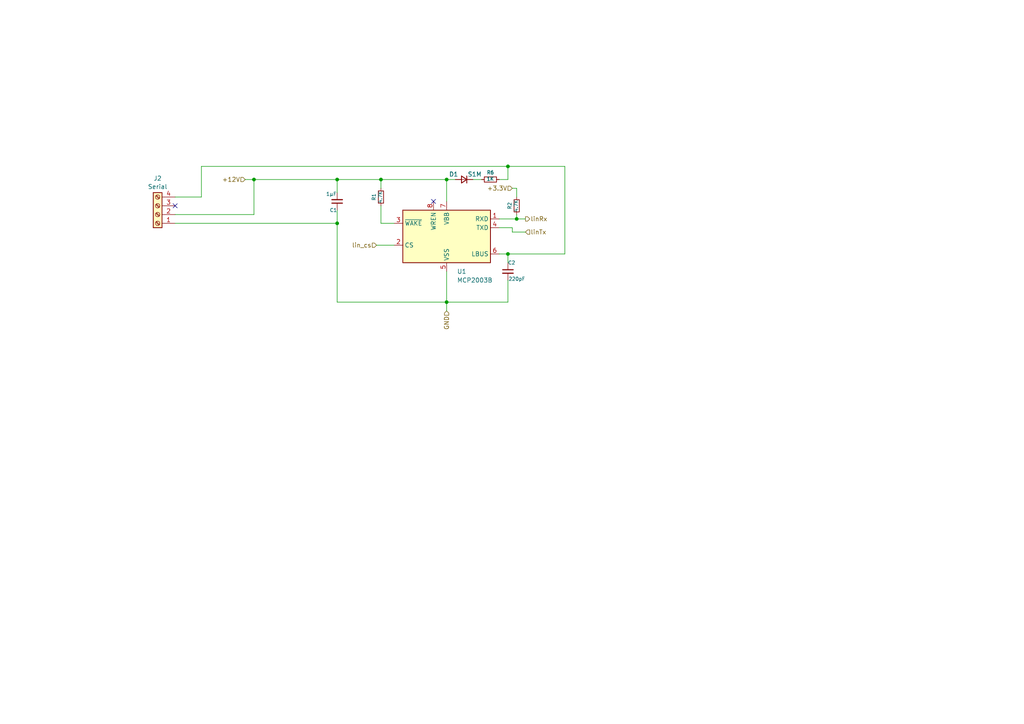
<source format=kicad_sch>
(kicad_sch (version 20231120) (generator "eeschema") (generator_version "8.0")
  (paper "A4")
  (lib_symbols
    (symbol "Connector:Screw_Terminal_01x04" (pin_names (offset 1.016) hide)
      (property "Reference" "J" (at 0 5.08 0))
      (property "Value" "Screw_Terminal_01x04" (at 0 -7.62 0))
      (symbol "Screw_Terminal_01x04_1_1"
        (rectangle (start -1.27 3.81) (end 1.27 -6.35) (stroke (width 0.254)) (fill (type background)))
        (circle (center 0 -5.08) (radius 0.635) (stroke (width 0.1524)))
        (circle (center 0 -2.54) (radius 0.635) (stroke (width 0.1524)))
        (polyline (pts (xy -0.5334 -4.7498) (xy 0.3302 -5.588)) (stroke (width 0.1524)))
        (polyline (pts (xy -0.5334 -2.2098) (xy 0.3302 -3.048)) (stroke (width 0.1524)))
        (polyline (pts (xy -0.5334 0.3302) (xy 0.3302 -0.508)) (stroke (width 0.1524)))
        (polyline (pts (xy -0.5334 2.8702) (xy 0.3302 2.032)) (stroke (width 0.1524)))
        (polyline (pts (xy -0.3556 -4.572) (xy 0.508 -5.4102)) (stroke (width 0.1524)))
        (polyline (pts (xy -0.3556 -2.032) (xy 0.508 -2.8702)) (stroke (width 0.1524)))
        (polyline (pts (xy -0.3556 0.508) (xy 0.508 -0.3302)) (stroke (width 0.1524)))
        (polyline (pts (xy -0.3556 3.048) (xy 0.508 2.2098)) (stroke (width 0.1524)))
        (circle (center 0 0) (radius 0.635) (stroke (width 0.1524)))
        (circle (center 0 2.54) (radius 0.635) (stroke (width 0.1524)))
        (pin passive line (at -5.08 2.54 0) (length 3.81) (name "Pin_1") (number "1"))
        (pin passive line (at -5.08 0 0) (length 3.81) (name "Pin_2") (number "2"))
        (pin passive line (at -5.08 -2.54 0) (length 3.81) (name "Pin_3") (number "3"))
        (pin passive line (at -5.08 -5.08 0) (length 3.81) (name "Pin_4") (number "4"))
      )
    )
    (symbol "Device:C_Small" (pin_numbers hide) (pin_names (offset 0.254) hide)
      (property "Reference" "C" (at 0.254 1.778 0))
      (property "Value" "C_Small" (at 0.254 -2.032 0))
      (symbol "C_Small_0_1"
        (polyline (pts (xy -1.524 -0.508) (xy 1.524 -0.508)) (stroke (width 0.3302)))
        (polyline (pts (xy -1.524 0.508) (xy 1.524 0.508)) (stroke (width 0.3048)))
      )
      (symbol "C_Small_1_1"
        (pin passive line (at 0 2.54 270) (length 2.032) (name "~") (number "1"))
        (pin passive line (at 0 -2.54 90) (length 2.032) (name "~") (number "2"))
      )
    )
    (symbol "Device:D_Small" (pin_numbers hide) (pin_names (offset 0.254) hide)
      (property "Reference" "D" (at -1.27 2.032 0))
      (property "Value" "D_Small" (at -3.81 -2.032 0))
      (symbol "D_Small_0_1"
        (polyline (pts (xy -0.762 -1.016) (xy -0.762 1.016)) (stroke (width 0.254)))
        (polyline (pts (xy -0.762 0) (xy 0.762 0)))
        (polyline (pts (xy 0.762 -1.016) (xy -0.762 0) (xy 0.762 1.016) (xy 0.762 -1.016)) (stroke (width 0.254)))
      )
      (symbol "D_Small_1_1"
        (pin passive line (at -2.54 0 0) (length 1.778) (name "K") (number "1"))
        (pin passive line (at 2.54 0 180) (length 1.778) (name "A") (number "2"))
      )
    )
    (symbol "Device:R_Small" (pin_numbers hide) (pin_names (offset 0.254) hide)
      (property "Reference" "R" (at 0.762 0.508 0))
      (property "Value" "R_Small" (at 0.762 -1.016 0))
      (symbol "R_Small_0_1"
        (rectangle (start -0.762 1.778) (end 0.762 -1.778) (stroke (width 0.2032)))
      )
      (symbol "R_Small_1_1"
        (pin passive line (at 0 2.54 270) (length 0.762) (name "~") (number "1"))
        (pin passive line (at 0 -2.54 90) (length 0.762) (name "~") (number "2"))
      )
    )
    (symbol "microchip-local:MCP2003B"
      (property "Reference" "U" (at -11.811 8.763 0))
      (property "Value" "MCP2003B" (at 3.81 8.89 0))
      (symbol "MCP2003B_0_1"
        (rectangle (start -12.7 7.62) (end 12.7 -7.62) (stroke (width 0.254)) (fill (type background)))
      )
      (symbol "MCP2003B_1_1"
        (pin open_collector line (at -15.24 5.08 0) (length 2.54) (name "RXD") (number "1"))
        (pin input line (at 15.24 -2.54 180) (length 2.54) (name "CS") (number "2"))
        (pin input line (at 15.24 3.81 180) (length 2.54) (name "~{WAKE}") (number "3"))
        (pin input line (at -15.24 2.54 0) (length 2.54) (name "TXD") (number "4"))
        (pin power_in line (at 0 -10.16 90) (length 2.54) (name "VSS") (number "5"))
        (pin open_collector line (at -15.24 -5.08 0) (length 2.54) (name "LBUS") (number "6"))
        (pin power_in line (at 0 10.16 270) (length 2.54) (name "VBB") (number "7"))
        (pin open_collector line (at 3.81 10.16 270) (length 2.54) (name "WREN") (number "8"))
      )
    )
  )
  (junction (at 110.49 52.07))
  (junction (at 129.54 87.63))
  (junction (at 97.79 52.07))
  (junction (at 147.32 73.66))
  (junction (at 97.79 64.77))
  (junction (at 129.54 52.07))
  (junction (at 73.66 52.07))
  (junction (at 147.32 48.26))
  (junction (at 149.86 63.5))
  (no_connect (at 50.8 59.69))
  (no_connect (at 125.73 58.42))
  (wire (pts (xy 163.83 48.26) (xy 163.83 73.66)))
  (wire (pts (xy 129.54 87.63) (xy 147.32 87.63)))
  (wire (pts (xy 149.86 63.5) (xy 152.4 63.5)))
  (wire (pts (xy 147.32 73.66) (xy 147.32 76.2)))
  (wire (pts (xy 147.32 48.26) (xy 163.83 48.26)))
  (wire (pts (xy 149.86 54.61) (xy 149.86 57.15)))
  (wire (pts (xy 137.16 52.07) (xy 139.7 52.07)))
  (wire (pts (xy 73.66 62.23) (xy 50.8 62.23)))
  (wire (pts (xy 97.79 52.07) (xy 73.66 52.07)))
  (wire (pts (xy 129.54 52.07) (xy 132.08 52.07)))
  (wire (pts (xy 129.54 52.07) (xy 110.49 52.07)))
  (wire (pts (xy 144.78 63.5) (xy 149.86 63.5)))
  (wire (pts (xy 163.83 73.66) (xy 147.32 73.66)))
  (wire (pts (xy 109.22 71.12) (xy 114.3 71.12)))
  (wire (pts (xy 129.54 87.63) (xy 97.79 87.63)))
  (wire (pts (xy 110.49 59.69) (xy 110.49 64.77)))
  (wire (pts (xy 50.8 64.77) (xy 97.79 64.77)))
  (wire (pts (xy 58.42 48.26) (xy 147.32 48.26)))
  (wire (pts (xy 110.49 64.77) (xy 114.3 64.77)))
  (wire (pts (xy 97.79 60.96) (xy 97.79 64.77)))
  (wire (pts (xy 147.32 52.07) (xy 147.32 48.26)))
  (wire (pts (xy 50.8 57.15) (xy 58.42 57.15)))
  (wire (pts (xy 110.49 52.07) (xy 110.49 54.61)))
  (wire (pts (xy 144.78 66.04) (xy 148.59 66.04)))
  (wire (pts (xy 129.54 87.63) (xy 129.54 90.17)))
  (wire (pts (xy 148.59 54.61) (xy 149.86 54.61)))
  (wire (pts (xy 110.49 52.07) (xy 97.79 52.07)))
  (wire (pts (xy 97.79 52.07) (xy 97.79 55.88)))
  (wire (pts (xy 73.66 52.07) (xy 71.12 52.07)))
  (wire (pts (xy 97.79 64.77) (xy 97.79 87.63)))
  (wire (pts (xy 73.66 52.07) (xy 73.66 62.23)))
  (wire (pts (xy 129.54 52.07) (xy 129.54 58.42)))
  (wire (pts (xy 147.32 81.28) (xy 147.32 87.63)))
  (wire (pts (xy 148.59 67.31) (xy 152.4 67.31)))
  (wire (pts (xy 147.32 73.66) (xy 144.78 73.66)))
  (wire (pts (xy 58.42 57.15) (xy 58.42 48.26)))
  (wire (pts (xy 149.86 62.23) (xy 149.86 63.5)))
  (wire (pts (xy 144.78 52.07) (xy 147.32 52.07)))
  (wire (pts (xy 129.54 78.74) (xy 129.54 87.63)))
  (wire (pts (xy 148.59 66.04) (xy 148.59 67.31)))
  (hierarchical_label "linTx" (shape input) (at 152.4 67.31 0))
  (hierarchical_label "lin_cs" (shape input) (at 109.22 71.12 180))
  (hierarchical_label "GND" (shape input) (at 129.54 90.17 270))
  (hierarchical_label "+12V" (shape input) (at 71.12 52.07 180))
  (hierarchical_label "+3.3V" (shape input) (at 148.59 54.61 180))
  (hierarchical_label "linRx" (shape output) (at 152.4 63.5 0))
  (symbol (lib_id "Device:C_Small") (at 147.32 78.74 0) (unit 1)
    (property "Reference" "C2" (at 147.32 76.2 0) (effects (font (size 1.016 1.016)) (justify left)))
    (property "Value" "220pF" (at 147.4724 80.899 0) (effects (font (size 1.016 1.016)) (justify left)))
    (property "Footprint" "Capacitor_SMD:C_0603_1608Metric_Pad1.08x0.95mm_HandSolder" (effects (hide yes)))
    (property "Description" "Unpolarized capacitor, small symbol" (effects (hide yes)))
    (property "P/N" "C0603C221K1RACTU" (effects (hide yes)))
  )
  (symbol (lib_id "Device:R_Small") (at 142.24 52.07 90) (unit 1)
    (property "Reference" "R6" (at 142.24 50.038 90) (effects (font (size 1.016 1.016))))
    (property "Value" "1K" (at 142.2146 51.8922 90) (effects (font (size 1.016 1.016))))
    (property "Footprint" "Resistor_SMD:R_0805_2012Metric_Pad1.20x1.40mm_HandSolder" (effects (hide yes)))
    (property "Description" "Resistor, small symbol" (effects (hide yes)))
    (property "P/N" "stock" (effects (hide yes)))
  )
  (symbol (lib_id "microchip-local:MCP2003B") (at 129.54 68.58 0) (mirror y) (unit 1)
    (property "Reference" "U1" (at 132.5565 78.74 0) (effects (justify right)))
    (property "Value" "MCP2003B" (at 132.5565 81.28 0) (effects (justify right)))
    (property "Footprint" "Package_SO:SOIC-8_3.9x4.9mm_P1.27mm" (effects (hide yes)))
    (property "Datasheet" "https://ww1.microchip.com/downloads/en/DeviceDoc/2000546C3.pdf" (effects (hide yes)))
    (property "Description" "LIN Transceiver, SOIC-8" (effects (hide yes)))
    (property "P/N" "MCP2003B-E/SN" (effects (hide yes)))
  )
  (symbol (lib_id "Device:R_Small") (at 110.49 57.15 180) (unit 1)
    (property "Reference" "R1" (at 108.458 57.15 90) (effects (font (size 1.016 1.016))))
    (property "Value" "4.7K" (at 110.3122 57.1754 90) (effects (font (size 1.016 1.016))))
    (property "Footprint" "Resistor_SMD:R_0805_2012Metric_Pad1.20x1.40mm_HandSolder" (effects (hide yes)))
    (property "Description" "Resistor, small symbol" (effects (hide yes)))
    (property "P/N" "stock" (effects (hide yes)))
  )
  (symbol (lib_id "Device:C_Small") (at 97.79 58.42 180) (unit 1)
    (property "Reference" "C1" (at 97.79 60.96 0) (effects (font (size 1.016 1.016)) (justify left)))
    (property "Value" "1µF" (at 97.6376 56.261 0) (effects (font (size 1.016 1.016)) (justify left)))
    (property "Footprint" "Capacitor_SMD:C_0805_2012Metric_Pad1.18x1.45mm_HandSolder" (effects (hide yes)))
    (property "Description" "Unpolarized capacitor, small symbol" (effects (hide yes)))
    (property "P/N" "C0805C105K3RACTU ou 08053C105KAT9A (stock)" (effects (hide yes)))
  )
  (symbol (lib_id "Connector:Screw_Terminal_01x04") (at 45.72 62.23 180) (unit 1)
    (property "Reference" "J2" (at 45.72 51.7355 0))
    (property "Value" "Serial" (at 45.72 54.1598 0))
    (property "Footprint" "Connector_Phoenix_MC:PhoenixContact_MCV_1,5_4-G-3.5_1x04_P3.50mm_Vertical" (effects (hide yes)))
    (property "Description" "Generic screw terminal, single row, 01x04, script generated (kicad-library-utils/schlib/autogen/connector/)" (effects (hide yes)))
    (property "P/N" "YO0201500000G x2" (effects (hide yes)))
  )
  (symbol (lib_id "Device:R_Small") (at 149.86 59.69 180) (unit 1)
    (property "Reference" "R2" (at 147.828 59.69 90) (effects (font (size 1.016 1.016))))
    (property "Value" "4.7K" (at 149.6822 59.7154 90) (effects (font (size 1.016 1.016))))
    (property "Footprint" "Resistor_SMD:R_0805_2012Metric_Pad1.20x1.40mm_HandSolder" (effects (hide yes)))
    (property "Description" "Resistor, small symbol" (effects (hide yes)))
    (property "P/N" "stock" (effects (hide yes)))
  )
  (symbol (lib_id "Device:D_Small") (at 134.62 52.07 180) (unit 1)
    (property "Reference" "D1" (at 131.572 50.546 0))
    (property "Value" "S1M" (at 137.668 50.546 0))
    (property "Footprint" "Diode_SMD:D_SMA" (effects (hide yes)))
    (property "Description" "Diode, small symbol" (effects (hide yes)))
    (property "Sim.Device" "D" (effects (hide yes)))
    (property "Sim.Pins" "1=K 2=A" (effects (hide yes)))
    (property "P/N" "S1M-E3/5AT" (effects (hide yes)))
  )
)
</source>
